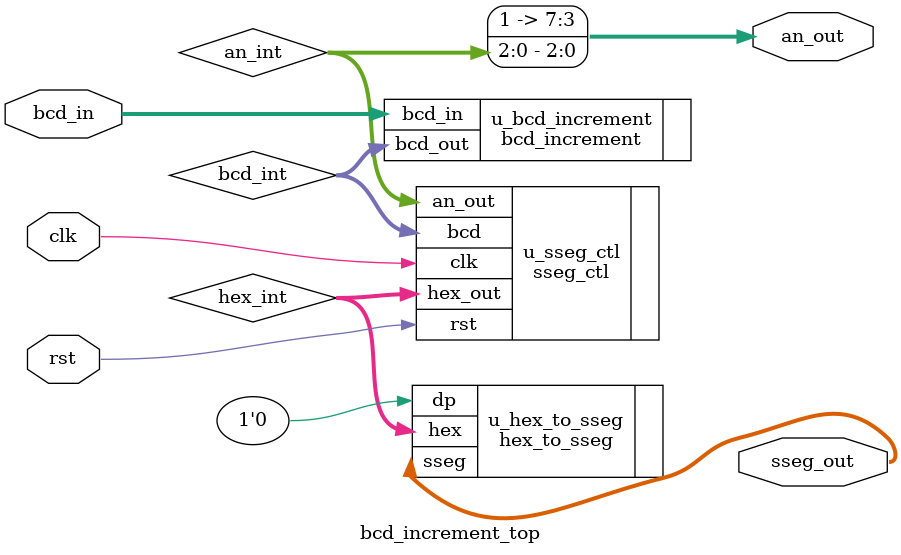
<source format=sv>
module bcd_increment_top
(
   input  logic          clk,
   input  logic          rst,
   
   input  logic [11:0]   bcd_in,
   
   output logic [7:0]    sseg_out,
   output logic [7:0]    an_out
);

   logic [11:0] bcd_int;
   logic [3:0]  hex_int;
   logic [2:0]  an_int;
   
   sseg_ctl u_sseg_ctl
   (
      .clk              (clk),
	  .rst              (rst),
	  .bcd              (bcd_int),
	  .hex_out          (hex_int),
	  .an_out           (an_int)
   );
   
   bcd_increment u_bcd_increment
   (
      .bcd_in           (bcd_in),
	  .bcd_out          (bcd_int)
   );
   
   hex_to_sseg u_hex_to_sseg
   (
      .hex              (hex_int),
      .dp               (1'b0),
      .sseg             (sseg_out)
   );
   
   assign an_out = {5'b11111, an_int};
endmodule
</source>
